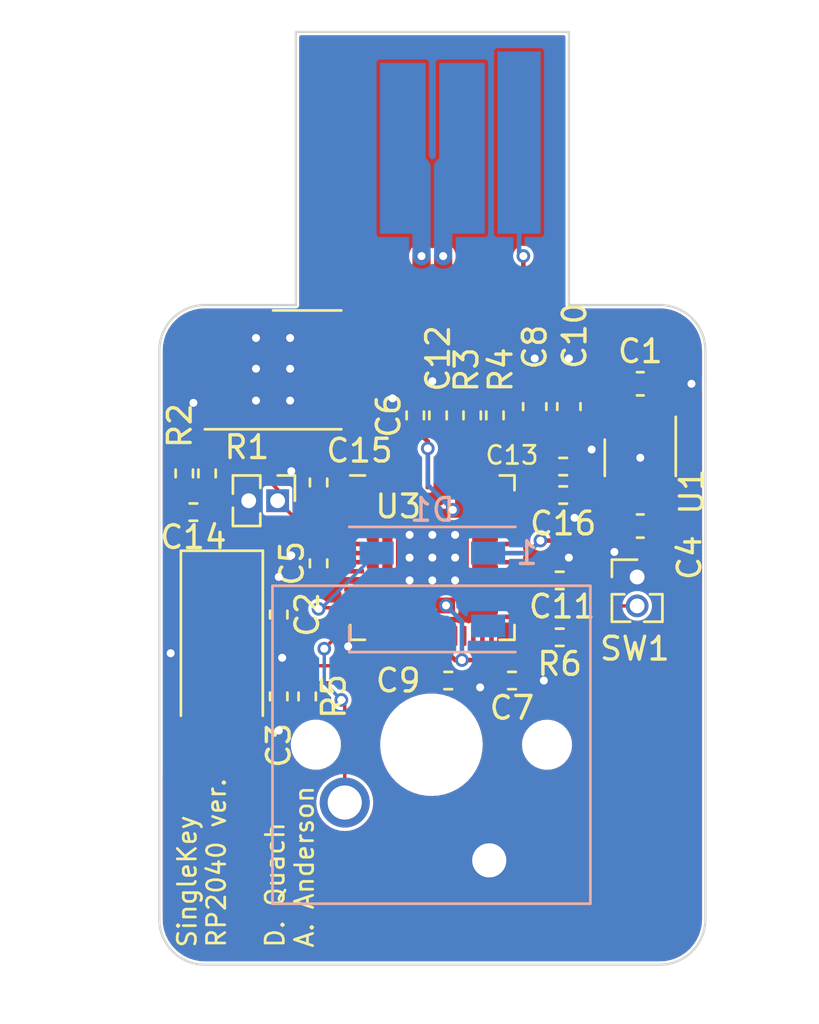
<source format=kicad_pcb>
(kicad_pcb (version 20211014) (generator pcbnew)
  (layers (0 "F.Cu" signal) (31 "B.Cu" signal) (34 "B.Paste" user) (35 "F.Paste" user) (36 "B.SilkS" user "B.Silkscreen") (37 "F.SilkS" user "F.Silkscreen") (38 "B.Mask" user) (39 "F.Mask" user) (44 "Edge.Cuts" user))
  (net 0 "")
  (net 1 "VBUS")
  (net 2 "GND")
  (net 3 "/XIN")
  (net 4 "Net-(C3-Pad1)")
  (net 5 "+3V3")
  (net 6 "+1V1")
  (net 7 "/Neopixel")
  (net 9 "/USB_D+")
  (net 10 "/USB_D-")
  (net 11 "/~{USB_BOOT}")
  (net 12 "/SWCLK")
  (net 13 "/SWD")
  (net 14 "/QSPI_SS")
  (net 15 "Net-(R3-Pad2)")
  (net 16 "Net-(R4-Pad2)")
  (net 17 "/XOUT")
  (net 18 "/RUN")
  (net 19 "/KEY_SW")
  (net 20 "/QSPI_SD1")
  (net 21 "/QSPI_SD2")
  (net 22 "/QSPI_SD0")
  (net 23 "/QSPI_SCLK")
  (net 24 "/QSPI_SD3")
  (footprint "Resistor_SMD:R_0402_1005Metric_Pad0.72x0.64mm_HandSolder" (layer "F.Cu") (at 136.5 126.0975 -90)
    (fp_text reference "R5" (at 0 -1.17 90) (layer "F.SilkS"))
    (fp_text value "1k")
    (fp_line (start -0.167621 0.38) (end 0.167621 0.38) (layer "F.SilkS") (width 0.12))
    (fp_line (start -0.167621 -0.38) (end 0.167621 -0.38) (layer "F.SilkS") (width 0.12))
    (pad "1" smd roundrect locked (at -0.5975 0 270) (size 0.715 0.64) (layers "F.Cu" "F.Paste" "F.Mask") (net 17 "/XOUT"))
    (pad "2" smd roundrect locked (at 0.5975 0 270) (size 0.715 0.64) (layers "F.Cu" "F.Paste" "F.Mask") (net 4 "Net-(C3-Pad1)"))
  )
  (footprint "Resistor_SMD:R_0402_1005Metric_Pad0.72x0.64mm_HandSolder" (layer "F.Cu") (at 131.1 116.3 90)
    (fp_text reference "R2" (at 2.1 -0.2 270) (layer "F.SilkS"))
    (fp_text value "DNF")
    (fp_line (start -0.167621 0.38) (end 0.167621 0.38) (layer "F.SilkS") (width 0.12))
    (fp_line (start -0.167621 -0.38) (end 0.167621 -0.38) (layer "F.SilkS") (width 0.12))
    (pad "1" smd roundrect locked (at -0.5975 0 90) (size 0.715 0.64) (layers "F.Cu" "F.Paste" "F.Mask") (net 5 "+3V3"))
    (pad "2" smd roundrect locked (at 0.5975 0 90) (size 0.715 0.64) (layers "F.Cu" "F.Paste" "F.Mask") (net 14 "/QSPI_SS"))
  )
  (footprint "Resistor_SMD:R_0402_1005Metric_Pad0.72x0.64mm_HandSolder" (layer "F.Cu") (at 147.75 116)
    (fp_text reference "C13" (at -2.25 -0.5) (layer "F.SilkS") (effects (font (size 0.8 0.8) (thickness 0.12))))
    (fp_text value "100n")
    (fp_line (start -0.167621 0.38) (end 0.167621 0.38) (layer "F.SilkS") (width 0.12))
    (fp_line (start -0.167621 -0.38) (end 0.167621 -0.38) (layer "F.SilkS") (width 0.12))
    (pad "1" smd roundrect locked (at -0.5975 0) (size 0.715 0.64) (layers "F.Cu" "F.Paste" "F.Mask") (net 5 "+3V3"))
    (pad "2" smd roundrect locked (at 0.5975 0) (size 0.715 0.64) (layers "F.Cu" "F.Paste" "F.Mask") (net 2 "GND"))
  )
  (footprint "RP2040_minimal:RP2040-QFN-56" (layer "F.Cu") (at 142 120)
    (fp_text reference "U3" (at -1.5 -2.25) (layer "F.SilkS"))
    (fp_text value "RP2040")
    (fp_line (start -2.96 3.61) (end -3.61 3.61) (layer "F.SilkS") (width 0.12))
    (fp_line (start 3.61 -3.61) (end 3.61 -2.96) (layer "F.SilkS") (width 0.12))
    (fp_line (start 2.96 -3.61) (end 3.61 -3.61) (layer "F.SilkS") (width 0.12))
    (fp_line (start -3.61 3.61) (end -3.61 2.96) (layer "F.SilkS") (width 0.12))
    (fp_line (start 2.96 3.61) (end 3.61 3.61) (layer "F.SilkS") (width 0.12))
    (fp_line (start -2.96 -3.61) (end -3.61 -3.61) (layer "F.SilkS") (width 0.12))
    (fp_line (start 3.61 3.61) (end 3.61 2.96) (layer "F.SilkS") (width 0.12))
    (pad "1" smd roundrect (at -3.4375 -2.6) (size 0.875 0.2) (layers "F.Cu" "F.Paste" "F.Mask") (net 5 "+3V3"))
    (pad "2" smd roundrect (at -3.4375 -2.2) (size 0.875 0.2) (layers "F.Cu" "F.Paste" "F.Mask") (net 11 "/~{USB_BOOT}"))
    (pad "3" smd roundrect (at -3.4375 -1.8) (size 0.875 0.2) (layers "F.Cu" "F.Paste" "F.Mask"))
    (pad "4" smd roundrect (at -3.4375 -1.4) (size 0.875 0.2) (layers "F.Cu" "F.Paste" "F.Mask"))
    (pad "5" smd roundrect (at -3.4375 -1) (size 0.875 0.2) (layers "F.Cu" "F.Paste" "F.Mask"))
    (pad "6" smd roundrect (at -3.4375 -0.6) (size 0.875 0.2) (layers "F.Cu" "F.Paste" "F.Mask"))
    (pad "7" smd roundrect (at -3.4375 -0.2) (size 0.875 0.2) (layers "F.Cu" "F.Paste" "F.Mask"))
    (pad "8" smd roundrect (at -3.4375 0.2) (size 0.875 0.2) (layers "F.Cu" "F.Paste" "F.Mask"))
    (pad "9" smd roundrect (at -3.4375 0.6) (size 0.875 0.2) (layers "F.Cu" "F.Paste" "F.Mask"))
    (pad "10" smd roundrect (at -3.4375 1) (size 0.875 0.2) (layers "F.Cu" "F.Paste" "F.Mask") (net 5 "+3V3"))
    (pad "11" smd roundrect (at -3.4375 1.4) (size 0.875 0.2) (layers "F.Cu" "F.Paste" "F.Mask"))
    (pad "12" smd roundrect (at -3.4375 1.8) (size 0.875 0.2) (layers "F.Cu" "F.Paste" "F.Mask"))
    (pad "13" smd roundrect (at -3.4375 2.2) (size 0.875 0.2) (layers "F.Cu" "F.Paste" "F.Mask") (net 7 "/Neopixel"))
    (pad "14" smd roundrect (at -3.4375 2.6) (size 0.875 0.2) (layers "F.Cu" "F.Paste" "F.Mask") (net 19 "/KEY_SW"))
    (pad "15" smd roundrect (at -2.6 3.4375) (size 0.2 0.875) (layers "F.Cu" "F.Paste" "F.Mask"))
    (pad "16" smd roundrect (at -2.2 3.4375) (size 0.2 0.875) (layers "F.Cu" "F.Paste" "F.Mask"))
    (pad "17" smd roundrect (at -1.8 3.4375) (size 0.2 0.875) (layers "F.Cu" "F.Paste" "F.Mask"))
    (pad "18" smd roundrect (at -1.4 3.4375) (size 0.2 0.875) (layers "F.Cu" "F.Paste" "F.Mask"))
    (pad "19" smd roundrect (at -1 3.4375) (size 0.2 0.875) (layers "F.Cu" "F.Paste" "F.Mask") (net 2 "GND"))
    (pad "20" smd roundrect (at -0.6 3.4375) (size 0.2 0.875) (layers "F.Cu" "F.Paste" "F.Mask") (net 3 "/XIN"))
    (pad "21" smd roundrect (at -0.2 3.4375) (size 0.2 0.875) (layers "F.Cu" "F.Paste" "F.Mask") (net 17 "/XOUT"))
    (pad "22" smd roundrect (at 0.2 3.4375) (size 0.2 0.875) (layers "F.Cu" "F.Paste" "F.Mask") (net 5 "+3V3"))
    (pad "23" smd roundrect (at 0.6 3.4375) (size 0.2 0.875) (layers "F.Cu" "F.Paste" "F.Mask") (net 6 "+1V1"))
    (pad "24" smd roundrect (at 1 3.4375) (size 0.2 0.875) (layers "F.Cu" "F.Paste" "F.Mask") (net 12 "/SWCLK"))
    (pad "25" smd roundrect (at 1.4 3.4375) (size 0.2 0.875) (layers "F.Cu" "F.Paste" "F.Mask") (net 13 "/SWD"))
    (pad "26" smd roundrect (at 1.8 3.4375) (size 0.2 0.875) (layers "F.Cu" "F.Paste" "F.Mask") (net 18 "/RUN"))
    (pad "27" smd roundrect (at 2.2 3.4375) (size 0.2 0.875) (layers "F.Cu" "F.Paste" "F.Mask"))
    (pad "28" smd roundrect (at 2.6 3.4375) (size 0.2 0.875) (layers "F.Cu" "F.Paste" "F.Mask"))
    (pad "29" smd roundrect (at 3.4375 2.6) (size 0.875 0.2) (layers "F.Cu" "F.Paste" "F.Mask"))
    (pad "30" smd roundrect (at 3.4375 2.2) (size 0.875 0.2) (layers "F.Cu" "F.Paste" "F.Mask"))
    (pad "31" smd roundrect (at 3.4375 1.8) (size 0.875 0.2) (layers "F.Cu" "F.Paste" "F.Mask"))
    (pad "32" smd roundrect (at 3.4375 1.4) (size 0.875 0.2) (layers "F.Cu" "F.Paste" "F.Mask"))
    (pad "33" smd roundrect (at 3.4375 1) (size 0.875 0.2) (layers "F.Cu" "F.Paste" "F.Mask") (net 5 "+3V3"))
    (pad "34" smd roundrect (at 3.4375 0.6) (size 0.875 0.2) (layers "F.Cu" "F.Paste" "F.Mask"))
    (pad "35" smd roundrect (at 3.4375 0.2) (size 0.875 0.2) (layers "F.Cu" "F.Paste" "F.Mask"))
    (pad "36" smd roundrect (at 3.4375 -0.2) (size 0.875 0.2) (layers "F.Cu" "F.Paste" "F.Mask"))
    (pad "37" smd roundrect (at 3.4375 -0.6) (size 0.875 0.2) (layers "F.Cu" "F.Paste" "F.Mask"))
    (pad "38" smd roundrect (at 3.4375 -1) (size 0.875 0.2) (layers "F.Cu" "F.Paste" "F.Mask"))
    (pad "39" smd roundrect (at 3.4375 -1.4) (size 0.875 0.2) (layers "F.Cu" "F.Paste" "F.Mask"))
    (pad "40" smd roundrect (at 3.4375 -1.8) (size 0.875 0.2) (layers "F.Cu" "F.Paste" "F.Mask"))
    (pad "41" smd roundrect (at 3.4375 -2.2) (size 0.875 0.2) (layers "F.Cu" "F.Paste" "F.Mask"))
    (pad "42" smd roundrect (at 3.4375 -2.6) (size 0.875 0.2) (layers "F.Cu" "F.Paste" "F.Mask") (net 5 "+3V3"))
    (pad "43" smd roundrect (at 2.6 -3.4375) (size 0.2 0.875) (layers "F.Cu" "F.Paste" "F.Mask") (net 5 "+3V3"))
    (pad "44" smd roundrect (at 2.2 -3.4375) (size 0.2 0.875) (layers "F.Cu" "F.Paste" "F.Mask") (net 5 "+3V3"))
    (pad "45" smd roundrect (at 1.8 -3.4375) (size 0.2 0.875) (layers "F.Cu" "F.Paste" "F.Mask") (net 6 "+1V1"))
    (pad "46" smd roundrect (at 1.4 -3.4375) (size 0.2 0.875) (layers "F.Cu" "F.Paste" "F.Mask") (net 16 "Net-(R4-Pad2)"))
    (pad "47" smd roundrect (at 1 -3.4375) (size 0.2 0.875) (layers "F.Cu" "F.Paste" "F.Mask") (net 15 "Net-(R3-Pad2)"))
    (pad "48" smd roundrect (at 0.6 -3.4375) (size 0.2 0.875) (layers "F.Cu" "F.Paste" "F.Mask") (net 5 "+3V3"))
    (pad "49" smd roundrect (at 0.2 -3.4375) (size 0.2 0.875) (layers "F.Cu" "F.Paste" "F.Mask") (net 5 "+3V3"))
    (pad "50" smd roundrect (at -0.2 -3.4375) (size 0.2 0.875) (layers "F.Cu" "F.Paste" "F.Mask") (net 6 "+1V1"))
    (pad "51" smd roundrect (at -0.6 -3.4375) (size 0.2 0.875) (layers "F.Cu" "F.Paste" "F.Mask") (net 24 "/QSPI_SD3"))
    (pad "52" smd roundrect (at -1 -3.4375) (size 0.2 0.875) (layers "F.Cu" "F.Paste" "F.Mask") (net 23 "/QSPI_SCLK"))
    (pad "53" smd roundrect (at -1.4 -3.4375) (size 0.2 0.875) (layers "F.Cu" "F.Paste" "F.Mask") (net 22 "/QSPI_SD0"))
    (pad "54" smd roundrect (at -1.8 -3.4375) (size 0.2 0.875) (layers "F.Cu" "F.Paste" "F.Mask") (net 21 "/QSPI_SD2"))
    (pad "55" smd roundrect (at -2.2 -3.4375) (size 0.2 0.875) (layers "F.Cu" "F.Paste" "F.Mask") (net 20 "/QSPI_SD1"))
    (pad "56" smd roundrect (at -2.6 -3.4375) (size 0.2 0.875) (layers "F.Cu" "F.Paste" "F.Mask") (net 14 "/QSPI_SS"))
    (pad "57" thru_hole circle (at 0 -1) (size 0.6 0.6) (drill 0.35) (layers *.Cu) (net 2 "GND"))
    (pad "57" thru_hole circle (at 0 0) (size 0.6 0.6) (drill 0.35) (layers *.Cu) (net 2 "GND"))
    (pad "57" smd roundrect (at 0 0) (size 3.2 3.2) (layers "F.Cu" "F.Mask") (roundrect_rratio 0.045) (net 2 "GND"))
    (pad "57" thru_hole circle (at -1 -1) (size 0.6 0.6) (drill 0.35) (layers *.Cu) (net 2 "GND"))
    (pad "57" thru_hole circle (at 1 1) (size 0.6 0.6) (drill 0.35) (layers *.Cu) (net 2 "GND"))
    (pad "57" thru_hole circle (at -1 1) (size 0.6 0.6) (drill 0.35) (layers *.Cu) (net 2 "GND"))
    (pad "57" thru_hole circle (at 1 -1) (size 0.6 0.6) (drill 0.35) (layers *.Cu) (net 2 "GND"))
    (pad "57" thru_hole circle (at -1 0) (size 0.6 0.6) (drill 0.35) (layers *.Cu) (net 2 "GND"))
    (pad "57" thru_hole circle (at 1 0) (size 0.6 0.6) (drill 0.35) (layers *.Cu) (net 2 "GND"))
    (pad "57" thru_hole circle (at 0 1) (size 0.6 0.6) (drill 0.35) (layers *.Cu) (net 2 "GND"))
  )
  (footprint "Resistor_SMD:R_0402_1005Metric_Pad0.72x0.64mm_HandSolder" (layer "F.Cu") (at 142.25 113.75 90)
    (fp_text reference "C12" (at 2.5 0 90) (layer "F.SilkS"))
    (fp_text value "100n")
    (fp_line (start -0.167621 -0.38) (end 0.167621 -0.38) (layer "F.SilkS") (width 0.12))
    (fp_line (start -0.167621 0.38) (end 0.167621 0.38) (layer "F.SilkS") (width 0.12))
    (pad "1" smd roundrect locked (at -0.5975 0 90) (size 0.715 0.64) (layers "F.Cu" "F.Paste" "F.Mask") (net 5 "+3V3"))
    (pad "2" smd roundrect locked (at 0.5975 0 90) (size 0.715 0.64) (layers "F.Cu" "F.Paste" "F.Mask") (net 2 "GND"))
  )
  (footprint "Resistor_SMD:R_0402_1005Metric_Pad0.72x0.64mm_HandSolder" (layer "F.Cu") (at 147.5975 121)
    (fp_text reference "C11" (at 0.1025 1.15) (layer "F.SilkS"))
    (fp_text value "100n")
    (fp_line (start -0.167621 -0.38) (end 0.167621 -0.38) (layer "F.SilkS") (width 0.12))
    (fp_line (start -0.167621 0.38) (end 0.167621 0.38) (layer "F.SilkS") (width 0.12))
    (pad "1" smd roundrect locked (at -0.5975 0) (size 0.715 0.64) (layers "F.Cu" "F.Paste" "F.Mask") (net 5 "+3V3"))
    (pad "2" smd roundrect locked (at 0.5975 0) (size 0.715 0.64) (layers "F.Cu" "F.Paste" "F.Mask") (net 2 "GND"))
  )
  (footprint "Capacitor_SMD:C_0603_1608Metric_Pad1.08x0.95mm_HandSolder" (layer "F.Cu") (at 146.5 113.3625 90)
    (fp_text reference "C8" (at 2.6125 0 90) (layer "F.SilkS"))
    (fp_text value "1u")
    (fp_line (start -0.146267 0.51) (end 0.146267 0.51) (layer "F.SilkS") (width 0.12))
    (fp_line (start -0.146267 -0.51) (end 0.146267 -0.51) (layer "F.SilkS") (width 0.12))
    (pad "1" smd roundrect locked (at -0.8625 0 90) (size 1.075 0.95) (layers "F.Cu" "F.Paste" "F.Mask") (net 6 "+1V1"))
    (pad "2" smd roundrect locked (at 0.8625 0 90) (size 1.075 0.95) (layers "F.Cu" "F.Paste" "F.Mask") (net 2 "GND"))
  )
  (footprint "Package_TO_SOT_SMD:SOT-23-5" (layer "F.Cu") (at 151.1375 115.6125 -90)
    (fp_text reference "U1" (at 1.4875 -2.2625 90) (layer "F.SilkS"))
    (fp_text value "AP2127K-3.3")
    (fp_line (start 0 1.56) (end 0.8 1.56) (layer "F.SilkS") (width 0.12))
    (fp_line (start 0 1.56) (end -0.8 1.56) (layer "F.SilkS") (width 0.12))
    (fp_line (start 0 -1.56) (end 0.8 -1.56) (layer "F.SilkS") (width 0.12))
    (fp_line (start 0 -1.56) (end -1.8 -1.56) (layer "F.SilkS") (width 0.12))
    (pad "1" smd roundrect locked (at -1.1375 -0.95 270) (size 1.325 0.6) (layers "F.Cu" "F.Paste" "F.Mask") (net 1 "VBUS"))
    (pad "2" smd roundrect locked (at -1.1375 0 270) (size 1.325 0.6) (layers "F.Cu" "F.Paste" "F.Mask") (net 2 "GND"))
    (pad "3" smd roundrect locked (at -1.1375 0.95 270) (size 1.325 0.6) (layers "F.Cu" "F.Paste" "F.Mask") (net 1 "VBUS"))
    (pad "4" smd roundrect locked (at 1.1375 0.95 270) (size 1.325 0.6) (layers "F.Cu" "F.Paste" "F.Mask"))
    (pad "5" smd roundrect locked (at 1.1375 -0.95 270) (size 1.325 0.6) (layers "F.Cu" "F.Paste" "F.Mask") (net 5 "+3V3"))
  )
  (footprint "Resistor_SMD:R_0402_1005Metric_Pad0.72x0.64mm_HandSolder" (layer "F.Cu") (at 132.1 116.3 -90)
    (fp_text reference "R1" (at -1.1525 -1.75 180) (layer "F.SilkS"))
    (fp_text value "1k")
    (fp_line (start -0.167621 0.38) (end 0.167621 0.38) (layer "F.SilkS") (width 0.12))
    (fp_line (start -0.167621 -0.38) (end 0.167621 -0.38) (layer "F.SilkS") (width 0.12))
    (pad "1" smd roundrect locked (at -0.5975 0 270) (size 0.715 0.64) (layers "F.Cu" "F.Paste" "F.Mask") (net 14 "/QSPI_SS"))
    (pad "2" smd roundrect locked (at 0.5975 0 270) (size 0.715 0.64) (layers "F.Cu" "F.Paste" "F.Mask") (net 11 "/~{USB_BOOT}"))
  )
  (footprint "Resistor_SMD:R_0402_1005Metric_Pad0.72x0.64mm_HandSolder" (layer "F.Cu") (at 142.7 125.4)
    (fp_text reference "C9" (at -2.2 0) (layer "F.SilkS"))
    (fp_text value "100n")
    (fp_line (start -0.167621 -0.38) (end 0.167621 -0.38) (layer "F.SilkS") (width 0.12))
    (fp_line (start -0.167621 0.38) (end 0.167621 0.38) (layer "F.SilkS") (width 0.12))
    (pad "1" smd roundrect locked (at -0.5975 0) (size 0.715 0.64) (layers "F.Cu" "F.Paste" "F.Mask") (net 5 "+3V3"))
    (pad "2" smd roundrect locked (at 0.5975 0) (size 0.715 0.64) (layers "F.Cu" "F.Paste" "F.Mask") (net 2 "GND"))
  )
  (footprint "Capacitor_SMD:C_0603_1608Metric_Pad1.08x0.95mm_HandSolder" (layer "F.Cu") (at 148 113.3625 90)
    (fp_text reference "C10" (at 3.1125 0.25 90) (layer "F.SilkS"))
    (fp_text value "1u")
    (fp_line (start -0.146267 -0.51) (end 0.146267 -0.51) (layer "F.SilkS") (width 0.12))
    (fp_line (start -0.146267 0.51) (end 0.146267 0.51) (layer "F.SilkS") (width 0.12))
    (pad "1" smd roundrect locked (at -0.8625 0 90) (size 1.075 0.95) (layers "F.Cu" "F.Paste" "F.Mask") (net 5 "+3V3"))
    (pad "2" smd roundrect locked (at 0.8625 0 90) (size 1.075 0.95) (layers "F.Cu" "F.Paste" "F.Mask") (net 2 "GND"))
  )
  (footprint "Resistor_SMD:R_0402_1005Metric_Pad0.72x0.64mm_HandSolder" (layer "F.Cu") (at 144.75 113.75 -90)
    (fp_text reference "R4" (at -2 -0.25 90) (layer "F.SilkS"))
    (fp_text value "27")
    (fp_line (start -0.167621 -0.38) (end 0.167621 -0.38) (layer "F.SilkS") (width 0.12))
    (fp_line (start -0.167621 0.38) (end 0.167621 0.38) (layer "F.SilkS") (width 0.12))
    (pad "1" smd roundrect locked (at -0.5975 0 270) (size 0.715 0.64) (layers "F.Cu" "F.Paste" "F.Mask") (net 10 "/USB_D-"))
    (pad "2" smd roundrect locked (at 0.5975 0 270) (size 0.715 0.64) (layers "F.Cu" "F.Paste" "F.Mask") (net 16 "Net-(R4-Pad2)"))
  )
  (footprint "Connector_PinHeader_1.27mm:PinHeader_1x02_P1.27mm_Vertical" (layer "F.Cu") (at 135.2 117.5 -90)
    (fp_text reference "J2" hide)
    (fp_text value "BOOT_JMP")
    (fp_line (start 1.11 0.76) (end 1.11 1.965) (layer "F.SilkS") (width 0.12))
    (fp_line (start 0.30753 1.965) (end 1.11 1.965) (layer "F.SilkS") (width 0.12))
    (fp_line (start -1.11 1.965) (end -0.30753 1.965) (layer "F.SilkS") (width 0.12))
    (fp_line (start 0.563471 0.76) (end 1.11 0.76) (layer "F.SilkS") (width 0.12))
    (fp_line (start -1.11 0.76) (end -1.11 1.965) (layer "F.SilkS") (width 0.12))
    (fp_line (start -1.11 0) (end -1.11 -0.76) (layer "F.SilkS") (width 0.12))
    (fp_line (start -1.11 0.76) (end -0.563471 0.76) (layer "F.SilkS") (width 0.12))
    (fp_line (start -1.11 -0.76) (end 0 -0.76) (layer "F.SilkS") (width 0.12))
    (pad "1" thru_hole rect locked (at 0 0 270) (size 1 1) (drill 0.65) (layers *.Cu *.Mask) (net 11 "/~{USB_BOOT}"))
    (pad "2" thru_hole oval locked (at 0 1.27 270) (size 1 1) (drill 0.65) (layers *.Cu *.Mask) (net 2 "GND"))
  )
  (footprint "Capacitor_SMD:C_0603_1608Metric_Pad1.08x0.95mm_HandSolder" (layer "F.Cu") (at 151.1375 112.3625)
    (fp_text reference "C1" (at 0 -1.43) (layer "F.SilkS"))
    (fp_text value "10u")
    (fp_line (start -0.146267 -0.51) (end 0.146267 -0.51) (layer "F.SilkS") (width 0.12))
    (fp_line (start -0.146267 0.51) (end 0.146267 0.51) (layer "F.SilkS") (width 0.12))
    (pad "1" smd roundrect locked (at -0.8625 0) (size 1.075 0.95) (layers "F.Cu" "F.Paste" "F.Mask") (net 1 "VBUS"))
    (pad "2" smd roundrect locked (at 0.8625 0) (size 1.075 0.95) (layers "F.Cu" "F.Paste" "F.Mask") (net 2 "GND"))
  )
  (footprint "Resistor_SMD:R_0402_1005Metric_Pad0.72x0.64mm_HandSolder" (layer "F.Cu") (at 137 120.25 90)
    (fp_text reference "C5" (at 0 -1.17 90) (layer "F.SilkS"))
    (fp_text value "100n")
    (fp_line (start -0.167621 0.38) (end 0.167621 0.38) (layer "F.SilkS") (width 0.12))
    (fp_line (start -0.167621 -0.38) (end 0.167621 -0.38) (layer "F.SilkS") (width 0.12))
    (pad "1" smd roundrect locked (at -0.5975 0 90) (size 0.715 0.64) (layers "F.Cu" "F.Paste" "F.Mask") (net 5 "+3V3"))
    (pad "2" smd roundrect locked (at 0.5975 0 90) (size 0.715 0.64) (layers "F.Cu" "F.Paste" "F.Mask") (net 2 "GND"))
  )
  (footprint "Resistor_SMD:R_0402_1005Metric_Pad0.72x0.64mm_HandSolder" (layer "F.Cu") (at 137 116.6975 -90)
    (fp_text reference "C15" (at -1.3975 -1.8 180) (layer "F.SilkS"))
    (fp_text value "100n")
    (fp_line (start -0.167621 -0.38) (end 0.167621 -0.38) (layer "F.SilkS") (width 0.12))
    (fp_line (start -0.167621 0.38) (end 0.167621 0.38) (layer "F.SilkS") (width 0.12))
    (pad "1" smd roundrect locked (at -0.5975 0 270) (size 0.715 0.64) (layers "F.Cu" "F.Paste" "F.Mask") (net 5 "+3V3"))
    (pad "2" smd roundrect locked (at 0.5975 0 270) (size 0.715 0.64) (layers "F.Cu" "F.Paste" "F.Mask") (net 2 "GND"))
  )
  (footprint "Connector_PinHeader_1.27mm:PinHeader_1x02_P1.27mm_Vertical" (layer "F.Cu") (at 151 120.85)
    (fp_text reference "SW1" (at -0.1 3.15 180) (layer "F.SilkS"))
    (fp_text value "RST")
    (fp_line (start 0.563471 0.76) (end 1.11 0.76) (layer "F.SilkS") (width 0.12))
    (fp_line (start -1.11 -0.76) (end 0 -0.76) (layer "F.SilkS") (width 0.12))
    (fp_line (start 0.30753 1.965) (end 1.11 1.965) (layer "F.SilkS") (width 0.12))
    (fp_line (start -1.11 0.76) (end -1.11 1.965) (layer "F.SilkS") (width 0.12))
    (fp_line (start 1.11 0.76) (end 1.11 1.965) (layer "F.SilkS") (width 0.12))
    (fp_line (start -1.11 1.965) (end -0.30753 1.965) (layer "F.SilkS") (width 0.12))
    (fp_line (start -1.11 0.76) (end -0.563471 0.76) (layer "F.SilkS") (width 0.12))
    (fp_line (start -1.11 0) (end -1.11 -0.76) (layer "F.SilkS") (width 0.12))
    (pad "1" thru_hole rect locked (at 0 0) (size 1 1) (drill 0.65) (layers *.Cu *.Mask) (net 2 "GND"))
    (pad "2" thru_hole oval locked (at 0 1.27) (size 1 1) (drill 0.65) (layers *.Cu *.Mask) (net 18 "/RUN"))
  )
  (footprint "Resistor_SMD:R_0402_1005Metric_Pad0.72x0.64mm_HandSolder" (layer "F.Cu") (at 145.5 125.4)
    (fp_text reference "C7" (at 0 1.2) (layer "F.SilkS"))
    (fp_text value "100n")
    (fp_line (start -0.167621 -0.38) (end 0.167621 -0.38) (layer "F.SilkS") (width 0.12))
    (fp_line (start -0.167621 0.38) (end 0.167621 0.38) (layer "F.SilkS") (width 0.12))
    (pad "1" smd roundrect locked (at -0.5975 0) (size 0.715 0.64) (layers "F.Cu" "F.Paste" "F.Mask") (net 6 "+1V1"))
    (pad "2" smd roundrect locked (at 0.5975 0) (size 0.715 0.64) (layers "F.Cu" "F.Paste" "F.Mask") (net 2 "GND"))
  )
  (footprint "Package_SON:WSON-8-1EP_6x5mm_P1.27mm_EP3.4x4.3mm" (layer "F.Cu") (at 135 111.75)
    (fp_text reference "U2" hide)
    (fp_text value "W25Q128JVS")
    (fp_line (start -3 2.61) (end 3 2.61) (layer "F.SilkS") (width 0.12))
    (fp_line (start 0 -2.61) (end 3 -2.61) (layer "F.SilkS") (width 0.12))
    (pad "1" smd roundrect locked (at -2.7 -1.905) (size 0.75 0.5) (layers "F.Cu" "F.Paste" "F.Mask") (net 14 "/QSPI_SS"))
    (pad "2" smd roundrect locked (at -2.7 -0.635) (size 0.75 0.5) (layers "F.Cu" "F.Paste" "F.Mask") (net 20 "/QSPI_SD1"))
    (pad "3" smd roundrect locked (at -2.7 0.635) (size 0.75 0.5) (layers "F.Cu" "F.Paste" "F.Mask") (net 21 "/QSPI_SD2"))
    (pad "4" smd roundrect locked (at -2.7 1.905) (size 0.75 0.5) (layers "F.Cu" "F.Paste" "F.Mask") (net 2 "GND"))
    (pad "5" smd roundrect locked (at 2.7 1.905) (size 0.75 0.5) (layers "F.Cu" "F.Paste" "F.Mask") (net 22 "/QSPI_SD0"))
    (pad "6" smd roundrect locked (at 2.7 0.635) (size 0.75 0.5) (layers "F.Cu" "F.Paste" "F.Mask") (net 23 "/QSPI_SCLK"))
    (pad "7" smd roundrect locked (at 2.7 -0.635) (size 0.75 0.5) (layers "F.Cu" "F.Paste" "F.Mask") (net 24 "/QSPI_SD3"))
    (pad "8" smd roundrect locked (at 2.7 -1.905) (size 0.75 0.5) (layers "F.Cu" "F.Paste" "F.Mask") (net 5 "+3V3"))
    (pad "9" smd rect locked (at 0 0) (size 3.4 4.3) (layers "F.Cu" "F.Mask") (net 2 "GND"))
  )
  (footprint "Resistor_SMD:R_0402_1005Metric_Pad0.72x0.64mm_HandSolder" (layer "F.Cu") (at 147.75 117.25)
    (fp_text reference "C16" (at 0 1.25) (layer "F.SilkS"))
    (fp_text value "100n")
    (fp_line (start -0.167621 0.38) (end 0.167621 0.38) (layer "F.SilkS") (width 0.12))
    (fp_line (start -0.167621 -0.38) (end 0.167621 -0.38) (layer "F.SilkS") (width 0.12))
    (pad "1" smd roundrect locked (at -0.5975 0) (size 0.715 0.64) (layers "F.Cu" "F.Paste" "F.Mask") (net 5 "+3V3"))
    (pad "2" smd roundrect locked (at 0.5975 0) (size 0.715 0.64) (layers "F.Cu" "F.Paste" "F.Mask") (net 2 "GND"))
  )
  (footprint "Resistor_SMD:R_0402_1005Metric_Pad0.72x0.64mm_HandSolder" (layer "F.Cu") (at 143.75 113.75 -90)
    (fp_text reference "R3" (at -2 0.25 90) (layer "F.SilkS"))
    (fp_text value "27")
    (fp_line (start -0.167621 0.38) (end 0.167621 0.38) (layer "F.SilkS") (width 0.12))
    (fp_line (start -0.167621 -0.38) (end 0.167621 -0.38) (layer "F.SilkS") (width 0.12))
    (pad "1" smd roundrect locked (at -0.5975 0 270) (size 0.715 0.64) (layers "F.Cu" "F.Paste" "F.Mask") (net 9 "/USB_D+"))
    (pad "2" smd roundrect locked (at 0.5975 0 270) (size 0.715 0.64) (layers "F.Cu" "F.Paste" "F.Mask") (net 15 "Net-(R3-Pad2)"))
  )
  (footprint "Capacitor_SMD:C_0603_1608Metric_Pad1.08x0.95mm_HandSolder" (layer "F.Cu") (at 151.1375 118.6125 180)
    (fp_text reference "C4" (at -2.1625 -1.3875 90) (layer "F.SilkS"))
    (fp_text value "10u")
    (fp_line (start -0.146267 -0.51) (end 0.146267 -0.51) (layer "F.SilkS") (width 0.12))
    (fp_line (start -0.146267 0.51) (end 0.146267 0.51) (layer "F.SilkS") (width 0.12))
    (pad "1" smd roundrect locked (at -0.8625 0 180) (size 1.075 0.95) (layers "F.Cu" "F.Paste" "F.Mask") (net 5 "+3V3"))
    (pad "2" smd roundrect locked (at 0.8625 0 180) (size 1.075 0.95) (layers "F.Cu" "F.Paste" "F.Mask") (net 2 "GND"))
  )
  (footprint "Resistor_SMD:R_0402_1005Metric_Pad0.72x0.64mm_HandSolder" (layer "F.Cu") (at 141.25 113.75 90)
    (fp_text reference "C6" (at 0 -1.17 90) (layer "F.SilkS"))
    (fp_text value "100n")
    (fp_line (start -0.167621 0.38) (end 0.167621 0.38) (layer "F.SilkS") (width 0.12))
    (fp_line (start -0.167621 -0.38) (end 0.167621 -0.38) (layer "F.SilkS") (width 0.12))
    (pad "1" smd roundrect locked (at -0.5975 0 90) (size 0.715 0.64) (layers "F.Cu" "F.Paste" "F.Mask") (net 6 "+1V1"))
    (pad "2" smd roundrect locked (at 0.5975 0 90) (size 0.715 0.64) (layers "F.Cu" "F.Paste" "F.Mask") (net 2 "GND"))
  )
  (footprint "Resistor_SMD:R_0402_1005Metric_Pad0.72x0.64mm_HandSolder" (layer "F.Cu") (at 147.5975 123.5 180)
    (fp_text reference "R6" (at 0 -1.17) (layer "F.SilkS"))
    (fp_text value "10k")
    (fp_line (start -0.167621 0.38) (end 0.167621 0.38) (layer "F.SilkS") (width 0.12))
    (fp_line (start -0.167621 -0.38) (end 0.167621 -0.38) (layer "F.SilkS") (width 0.12))
    (pad "1" smd roundrect locked (at -0.5975 0 180) (size 0.715 0.64) (layers "F.Cu" "F.Paste" "F.Mask") (net 5 "+3V3"))
    (pad "2" smd roundrect locked (at 0.5975 0 180) (size 0.715 0.64) (layers "F.Cu" "F.Paste" "F.Mask") (net 18 "/RUN"))
  )
  (footprint "Resistor_SMD:R_0402_1005Metric_Pad0.72x0.64mm_HandSolder" (layer "F.Cu") (at 135.25 126.0975 -90)
    (fp_text reference "C3" (at 2.1525 0 90) (layer "F.SilkS"))
    (fp_text value "27p")
    (fp_line (start -0.167621 0.38) (end 0.167621 0.38) (layer "F.SilkS") (width 0.12))
    (fp_line (start -0.167621 -0.38) (end 0.167621 -0.38) (layer "F.SilkS") (width 0.12))
    (pad "1" smd roundrect locked (at -0.5975 0 270) (size 0.715 0.64) (layers "F.Cu" "F.Paste" "F.Mask") (net 4 "Net-(C3-Pad1)"))
    (pad "2" smd roundrect locked (at 0.5975 0 270) (size 0.715 0.64) (layers "F.Cu" "F.Paste" "F.Mask") (net 2 "GND"))
  )
  (footprint "Resistor_SMD:R_0402_1005Metric_Pad0.72x0.64mm_HandSolder" (layer "F.Cu") (at 131.5 118)
    (fp_text reference "C14" (at 0 1.1 180) (layer "F.SilkS"))
    (fp_text value "100n")
    (fp_line (start -0.167621 0.38) (end 0.167621 0.38) (layer "F.SilkS") (width 0.12))
    (fp_line (start -0.167621 -0.38) (end 0.167621 -0.38) (layer "F.SilkS") (width 0.12))
    (pad "1" smd roundrect locked (at -0.5975 0) (size 0.715 0.64) (layers "F.Cu" "F.Paste" "F.Mask") (net 5 "+3V3"))
    (pad "2" smd roundrect locked (at 0.5975 0) (size 0.715 0.64) (layers "F.Cu" "F.Paste" "F.Mask") (net 2 "GND"))
  )
  (footprint "Crystal:Crystal_SMD_5032-2Pin_5.0x3.2mm_HandSoldering" (layer "F.Cu") (at 132.75 124.2475 -90)
    (fp_text reference "Y1" hide)
    (fp_text value "445I23D12M00000")
    (fp_line (start -4.55 1.8) (end 2.7 1.8) (layer "F.SilkS") (width 0.12))
    (fp_line (start -4.55 -1.8) (end -4.55 1.8) (layer "F.SilkS") (width 0.12))
    (fp_line (start 2.7 -1.8) (end -4.55 -1.8) (layer "F.SilkS") (width 0.12))
    (pad "1" smd rect locked (at -2.6 0 270) (size 3.5 2.4) (layers "F.Cu" "F.Paste" "F.Mask") (net 3 "/XIN"))
    (pad "2" smd rect locked (at 2.6 0 270) (size 3.5 2.4) (layers "F.Cu" "F.Paste" "F.Mask") (net 4 "Net-(C3-Pad1)"))
  )
  (footprint "Resistor_SMD:R_0402_1005Metric_Pad0.72x0.64mm_HandSolder" (layer "F.Cu") (at 135.25 122.5 90)
    (fp_text reference "C2" (at 0.0025 1.25 90) (layer "F.SilkS"))
    (fp_text value "27p")
    (fp_line (start -0.167621 0.38) (end 0.167621 0.38) (layer "F.SilkS") (width 0.12))
    (fp_line (start -0.167621 -0.38) (end 0.167621 -0.38) (layer "F.SilkS") (width 0.12))
    (pad "1" smd roundrect locked (at -0.5975 0 90) (size 0.715 0.64) (layers "F.Cu" "F.Paste" "F.Mask") (net 3 "/XIN"))
    (pad "2" smd roundrect locked (at 0.5975 0 90) (size 0.715 0.64) (layers "F.Cu" "F.Paste" "F.Mask") (net 2 "GND"))
  )
  (footprint "Button_Switch_Keyboard:SW_Cherry_MX_1.00u_PCB" (layer "B.Cu") (at 144.5 133.3)
    (fp_text reference "SW2" hide)
    (fp_text value "SW_SPST")
    (fp_line (start -9.525 -12.065) (end -9.525 1.905) (layer "B.SilkS") (width 0.12))
    (fp_line (start -9.525 1.905) (end 4.445 1.905) (layer "B.SilkS") (width 0.12))
    (fp_line (start 4.445 -12.065) (end -9.525 -12.065) (layer "B.SilkS") (width 0.12))
    (fp_line (start 4.445 1.905) (end 4.445 -12.065) (layer "B.SilkS") (width 0.12))
    (pad "" np_thru_hole circle locked (at -7.62 -5.08) (size 1.7 1.7) (drill 1.7) (layers *.Cu *.Mask))
    (pad "" np_thru_hole circle locked (at 2.54 -5.08) (size 1.7 1.7) (drill 1.7) (layers *.Cu *.Mask))
    (pad "" np_thru_hole circle locked (at -2.54 -5.08) (size 4 4) (drill 4) (layers *.Cu *.Mask))
    (pad "1" thru_hole circle locked (at 0 0) (size 2.2 2.2) (drill 1.5) (layers *.Cu *.Mask) (net 2 "GND"))
    (pad "2" thru_hole circle locked (at -6.35 -2.54) (size 2.2 2.2) (drill 1.5) (layers *.Cu *.Mask) (net 19 "/KEY_SW"))
  )
  (footprint "RP2040_minimal:CONN-USB-A-PCB-TRACES" (layer "B.Cu") (at 142 96.86484)
    (fp_text reference "J1" hide)
    (fp_text value "USB_A" hide)
    (pad "1" connect rect locked (at 3.81 4.9) (size 1.9 8) (layers "B.Cu" "B.Mask") (net 1 "VBUS"))
    (pad "2" connect rect locked (at 1.3 5.15) (size 2 7.5) (layers "B.Cu" "B.Mask") (net 10 "/USB_D-"))
    (pad "3" connect rect locked (at -1.3 5.15) (size 2 7.5) (layers "B.Cu" "B.Mask") (net 9 "/USB_D+"))
    (pad "4" connect rect locked (at -3.81 4.9) (size 1.9 8) (layers "B.Cu" "B.Mask") (net 2 "GND"))
  )
  (footprint "LED_SMD:LED_WS2812B_PLCC4_5.0x5.0mm_P3.2mm" (layer "B.Cu") (at 142 121.4 180)
    (fp_text reference "D1" (at 0 3.5) (layer "B.SilkS") (effects (justify mirror)))
    (fp_text value "WS2812B")
    (fp_text user "1" (at -4.15 1.6) (layer "B.SilkS") (effects (justify mirror)))
    (fp_line (start 3.65 -2.75) (end 3.65 -1.6) (layer "B.SilkS") (width 0.12))
    (fp_line (start -3.65 2.75) (end 3.65 2.75) (layer "B.SilkS") (width 0.12))
    (fp_line (start -3.65 -2.75) (end 3.65 -2.75) (layer "B.SilkS") (width 0.12))
    (pad "1" smd rect locked (at -2.45 1.6 180) (size 1.5 1) (layers "B.Cu" "B.Paste" "B.Mask") (net 1 "VBUS"))
    (pad "2" smd rect locked (at -2.45 -1.6 180) (size 1.5 1) (layers "B.Cu" "B.Paste" "B.Mask"))
    (pad "3" smd rect locked (at 2.45 -1.6 180) (size 1.5 1) (layers "B.Cu" "B.Paste" "B.Mask") (net 2 "GND"))
    (pad "4" smd rect locked (at 2.45 1.6 180) (size 1.5 1) (layers "B.Cu" "B.Paste" "B.Mask") (net 7 "/Neopixel"))
  )
  (gr_line (start 136 108.9) (end 132 108.9) (layer "Edge.Cuts") (width 0.1))
  (gr_line (start 148 108.9) (end 152 108.9) (layer "Edge.Cuts") (width 0.1))
  (gr_arc (start 153.999999 135.885786) (mid 153.414213 137.3) (end 151.999999 137.885786) (layer "Edge.Cuts") (width 0.1))
  (gr_line (start 151.999999 137.885786) (end 131.999999 137.885786) (layer "Edge.Cuts") (width 0.1))
  (gr_line (start 136 108.9) (end 136 96.9) (layer "Edge.Cuts") (width 0.1))
  (gr_line (start 154 110.9) (end 153.999999 135.885786) (layer "Edge.Cuts") (width 0.1))
  (gr_line (start 130 110.9) (end 129.999999 135.885786) (layer "Edge.Cuts") (width 0.1))
  (gr_arc (start 131.999999 137.885786) (mid 130.585785 137.3) (end 129.999999 135.885786) (layer "Edge.Cuts") (width 0.1))
  (gr_line (start 136 96.9) (end 148 96.9) (layer "Edge.Cuts") (width 0.1))
  (gr_arc (start 130 110.9) (mid 130.585786 109.485786) (end 132 108.9) (layer "Edge.Cuts") (width 0.1))
  (gr_line (start 148 96.9) (end 148 108.9) (layer "Edge.Cuts") (width 0.1))
  (gr_arc (start 152 108.9) (mid 153.414214 109.485786) (end 154 110.9) (layer "Edge.Cuts") (width 0.1))
  (gr_text "SingleKey\nRP2040 ver.\n\nD. Quach\nA. Anderson\n" (at 133.8 137.2 90) (layer "F.SilkS") (effects (font (size 0.8 0.8) (thickness 0.12)) (justify left)))
  (segment (start 149.75 110.5) (end 150.275 111.025) (width 0.2) (layer "F.Cu") (net 1))
  (segment (start 146 108) (end 148.5 110.5) (width 0.2) (layer "F.Cu") (net 1))
  (segment (start 148.5 119.25) (end 149.25 118.5) (width 0.2) (layer "F.Cu") (net 1))
  (segment (start 150.1875 114.475) (end 150.1875 112.45) (width 0.2) (layer "F.Cu") (net 1))
  (segment (start 149.25 116) (end 150 115.25) (width 0.2) (layer "F.Cu") (net 1))
  (segment (start 150.1875 112.45) (end 150.275 112.3625) (width 0.2) (layer "F.Cu") (net 1))
  (segment (start 146 106.75) (end 146 108) (width 0.2) (layer "F.Cu") (net 1))
  (segment (start 152.0875 114.475) (end 152.0875 114.175) (width 0.2) (layer "F.Cu") (net 1))
  (segment (start 150 114.6625) (end 150.1875 114.475) (width 0.2) (layer "F.Cu") (net 1))
  (segment (start 146.75 119.25) (end 148.5 119.25) (width 0.2) (layer "F.Cu") (net 1))
  (segment (start 150 115.25) (end 150 114.6625) (width 0.2) (layer "F.Cu") (net 1))
  (segment (start 149.25 118.5) (end 149.25 116) (width 0.2) (layer "F.Cu") (net 1))
  (segment (start 152.0875 114.175) (end 150.275 112.3625) (width 0.2) (layer "F.Cu") (net 1))
  (segment (start 148.5 110.5) (end 149.75 110.5) (width 0.2) (layer "F.Cu") (net 1))
  (segment (start 150.275 112.3625) (end 150.275 111.025) (width 0.2) (layer "F.Cu") (net 1))
  (via (at 146.75 119.25) (size 0.6) (drill 0.35) (layers "F.Cu" "B.Cu") (net 1))
  (via (at 146 106.75) (size 0.6) (drill 0.35) (layers "F.Cu" "B.Cu") (net 1))
  (segment (start 146.2 119.8) (end 146.75 119.25) (width 0.2) (layer "B.Cu") (net 1))
  (segment (start 145.81 106.56) (end 146 106.75) (width 0.2) (layer "B.Cu") (net 1))
  (segment (start 144.45 119.8) (end 146.2 119.8) (width 0.2) (layer "B.Cu") (net 1))
  (segment (start 145.81 101.76484) (end 145.81 106.56) (width 0.2) (layer "B.Cu") (net 1))
  (segment (start 137 117.295) (end 136.895 117.295) (width 0.2) (layer "F.Cu") (net 2))
  (segment (start 150.275 118.6125) (end 150.275 119.475) (width 0.2) (layer "F.Cu") (net 2))
  (segment (start 133.43 118) (end 133.93 117.5) (width 0.2) (layer "F.Cu") (net 2))
  (segment (start 143.2975 125.4) (end 143.8 125.4) (width 0.2) (layer "F.Cu") (net 2))
  (segment (start 150.275 119.475) (end 150 119.75) (width 0.2) (layer "F.Cu") (net 2))
  (segment (start 135.25 126.695) (end 135.25 127.5975) (width 0.2) (layer "F.Cu") (net 2))
  (segment (start 136.895 117.295) (end 135.8 116.2) (width 0.2) (layer "F.Cu") (net 2))
  (segment (start 146.0975 125.4) (end 146.9 125.4) (width 0.2) (layer "F.Cu") (net 2))
  (segment (start 143.8 125.4) (end 144.1 125.7) (width 0.2) (layer "F.Cu") (net 2))
  (segment (start 148.3475 117.25) (end 148.3475 118.1525) (width 0.2) (layer "F.Cu") (net 2))
  (segment (start 131.955 113.655) (end 131.5 113.2) (width 0.2) (layer "F.Cu") (net 2))
  (segment (start 148 112.5) (end 148 111.25) (width 0.2) (layer "F.Cu") (net 2))
  (segment (start 142.25 112.5) (end 142 112.25) (width 0.2) (layer "F.Cu") (net 2))
  (segment (start 140.6 124.4) (end 138.8 124.4) (width 0.2) (layer "F.Cu") (net 2))
  (segment (start 140.4025 113.1525) (end 140.25 113) (width 0.2) (layer "F.Cu") (net 2))
  (segment (start 141.25 113.1525) (end 140.4025 113.1525) (width 0.2) (layer "F.Cu") (net 2))
  (segment (start 148.3475 118.1525) (end 148.25 118.25) (width 0.2) (layer "F.Cu") (net 2))
  (segment (start 138.8 124.4) (end 138.3 123.9) (width 0.2) (layer "F.Cu") (net 2))
  (segment (start 148.195 121) (end 148.195 120.195) (width 0.2) (layer "F.Cu") (net 2))
  (segment (start 142.25 113.1525) (end 142.25 112.5) (width 0.2) (layer "F.Cu") (net 2))
  (segment (start 137 119.6525) (end 136.0475 119.6525) (width 0.2) (layer "F.Cu") (net 2))
  (segment (start 148.3475 116) (end 148.3475 115.9025) (width 0.2) (layer "F.Cu") (net 2))
  (segment (start 141 123.4375) (end 141 124) (width 0.2) (layer "F.Cu") (net 2))
  (segment (start 135.25 121.9025) (end 135.25 120.8475) (width 0.2) (layer "F.Cu") (net 2))
  (segment (start 151.1375 114.475) (end 151.1375 115.6125) (width 0.2) (layer "F.Cu") (net 2))
  (segment (start 141 124) (end 140.6 124.4) (width 0.2) (layer "F.Cu") (net 2))
  (segment (start 152 112.3625) (end 153.3875 112.3625) (width 0.2) (layer "F.Cu") (net 2))
  (segment (start 148.195 120.195) (end 148 120) (width 0.2) (layer "F.Cu") (net 2))
  (segment (start 132.3 113.655) (end 131.955 113.655) (width 0.2) (layer "F.Cu") (net 2))
  (segment (start 148.3475 115.9025) (end 149 115.25) (width 0.2) (layer "F.Cu") (net 2))
  (segment (start 132.0975 118) (end 133.43 118) (width 0.2) (layer "F.Cu") (net 2))
  (segment (start 146.5 112.5) (end 146.5 111.25) (width 0.2) (layer "F.Cu") (net 2))
  (segment (start 136.0475 119.6525) (end 135.8 119.9) (width 0.2) (layer "F.Cu") (net 2))
  (via (at 150 119.75) (size 0.6) (drill 0.35) (layers "F.Cu" "B.Cu") (net 2))
  (via (at 146.5 111.25) (size 0.6) (drill 0.35) (layers "F.Cu" "B.Cu") (net 2))
  (via (at 131.5 113.2) (size 0.6) (drill 0.35) (layers "F.Cu" "B.Cu") (net 2))
  (via (at 151.1375 115.6125) (size 0.6) (drill 0.35) (layers "F.Cu" "B.Cu") (net 2))
  (via (at 135.4 124.4) (size 0.6) (drill 0.35) (layers "F.Cu" "B.Cu") (net 2))
  (via (at 142 112.25) (size 0.6) (drill 0.35) (layers "F.Cu" "B.Cu") (net 2))
  (via (at 148 120) (size 0.6) (drill 0.35) (layers "F.Cu" "B.Cu") (net 2))
  (via (at 148.25 118.25) (size 0.6) (drill 0.35) (layers "F.Cu" "B.Cu") (net 2))
  (via (at 148 111.25) (size 0.6) (drill 0.35) (layers "F.Cu" "B.Cu") (net 2))
  (via (at 144.1 125.7) (size 0.6) (drill 0.35) (layers "F.Cu" "B.Cu") (net 2))
  (via (at 153.3875 112.3625) (size 0.6) (drill 0.35) (layers "F.Cu" "B.Cu") (net 2))
  (via (at 135.75 113.1) (size 0.6) (drill 0.35) (layers "F.Cu" "B.Cu") (net 2))
  (via (at 135.8 119.9) (size 0.6) (drill 0.35) (layers "F.Cu" "B.Cu") (net 2))
  (via (at 135.25 120.8475) (size 0.6) (drill 0.35) (layers "F.Cu" "B.Cu") (net 2))
  (via (at 135.8 116.2) (size 0.6) (drill 0.35) (layers "F.Cu" "B.Cu") (net 2))
  (via (at 149 115.25) (size 0.6) (drill 0.35) (layers "F.Cu" "B.Cu") (net 2))
  (via (at 138.3 123.9) (size 0.6) (drill 0.35) (layers "F.Cu" "B.Cu") (net 2))
  (via (at 146.9 125.4) (size 0.6) (drill 0.35) (layers "F.Cu" "B.Cu") (net 2))
  (via (at 135.75 110.35) (size 0.6) (drill 0.35) (layers "F.Cu" "B.Cu") (net 2))
  (via (at 140.25 113) (size 0.6) (drill 0.35) (layers "F.Cu" "B.Cu") (net 2))
  (via (at 130.5 124.2) (size 0.6) (drill 0.35) (layers "F.Cu" "B.Cu") (net 2))
  (via (at 135.75 111.7) (size 0.6) (drill 0.35) (layers "F.Cu" "B.Cu") (net 2))
  (via (at 134.25 111.7) (size 0.6) (drill 0.35) (layers "F.Cu" "B.Cu") (net 2))
  (via (at 135.25 127.5975) (size 0.6) (drill 0.35) (layers "F.Cu" "B.Cu") (net 2))
  (via (at 134.25 110.35) (size 0.6) (drill 0.35) (layers "F.Cu" "B.Cu") (net 2))
  (via (at 134.25 113.1) (size 0.6) (drill 0.35) (layers "F.Cu" "B.Cu") (net 2))
  (segment (start 139.55 122.45) (end 141 121) (width 0.2) (layer "B.Cu") (net 2))
  (segment (start 139.55 123) (end 139.55 122.45) (width 0.2) (layer "B.Cu") (net 2))
  (segment (start 134.2 123.0975) (end 132.75 121.6475) (width 0.15) (layer "F.Cu") (net 3))
  (segment (start 136.9025 124.75) (end 135.25 123.0975) (width 0.15) (layer "F.Cu") (net 3))
  (segment (start 135.25 123.0975) (end 134.2 123.0975) (width 0.15) (layer "F.Cu") (net 3))
  (segment (start 141.4 124.35) (end 141 124.75) (width 0.15) (layer "F.Cu") (net 3))
  (segment (start 141.4 123.4375) (end 141.4 124.35) (width 0.15) (layer "F.Cu") (net 3))
  (segment (start 141 124.75) (end 136.9025 124.75) (width 0.15) (layer "F.Cu") (net 3))
  (segment (start 134.0975 125.5) (end 132.75 126.8475) (width 0.15) (layer "F.Cu") (net 4))
  (segment (start 136.445 126.695) (end 135.25 125.5) (width 0.15) (layer "F.Cu") (net 4))
  (segment (start 135.25 125.5) (end 134.0975 125.5) (width 0.15) (layer "F.Cu") (net 4))
  (segment (start 136.5 126.695) (end 136.445 126.695) (width 0.15) (layer "F.Cu") (net 4))
  (segment (start 142.2 125.3025) (end 142.1025 125.4) (width 0.2) (layer "F.Cu") (net 5))
  (segment (start 144.6 116.5625) (end 144.6 117.4) (width 0.2) (layer "F.Cu") (net 5))
  (segment (start 146.59 116.5625) (end 147.1525 116) (width 0.2) (layer "F.Cu") (net 5))
  (segment (start 144.85 117.4) (end 144.5 117.75) (width 0.2) (layer "F.Cu") (net 5))
  (segment (start 142.6 117.15) (end 142.5 117.25) (width 0.2) (layer "F.Cu") (net 5))
  (segment (start 144.6 117.4) (end 144.5 117.5) (width 0.2) (layer "F.Cu") (net 5))
  (segment (start 145.4375 117.4) (end 144.85 117.4) (width 0.2) (layer "F.Cu") (net 5))
  (segment (start 142.2 123.4375) (end 142.2 125.3025) (width 0.2) (layer "F.Cu") (net 5))
  (segment (start 138.5625 117.4) (end 138.3 117.4) (width 0.2) (layer "F.Cu") (net 5))
  (segment (start 152 116.8375) (end 152.0875 116.75) (width 0.2) (layer "F.Cu") (net 5))
  (segment (start 145.4375 117.4) (end 147.0025 117.4) (width 0.2) (layer "F.Cu") (net 5))
  (segment (start 138.5625 117.4) (end 139.4 117.4) (width 0.2) (layer "F.Cu") (net 5))
  (segment (start 144.2 117.2) (end 144.5 117.5) (width 0.2) (layer "F.Cu") (net 5))
  (segment (start 142.6 116.5625) (end 142.6 117.15) (width 0.2) (layer "F.Cu") (net 5))
  (segment (start 142.6 114.6975) (end 142.25 114.3475) (width 0.2) (layer "F.Cu") (net 5))
  (segment (start 137.1525 121) (end 137 120.8475) (width 0.2) (layer "F.Cu") (net 5))
  (segment (start 152 118.6125) (end 152 116.8375) (width 0.2) (layer "F.Cu") (net 5))
  (segment (start 138.3 117.4) (end 137 116.1) (width 0.2) (layer "F.Cu") (net 5))
  (segment (start 147.0025 117.4) (end 147.1525 117.25) (width 0.2) (layer "F.Cu") (net 5))
  (segment (start 142.6 116.5625) (end 142.2 116.5625) (width 0.2) (layer "F.Cu") (net 5))
  (segment (start 138.5625 121) (end 137.1525 121) (width 0.2) (layer "F.Cu") (net 5))
  (segment (start 142.2 116.5625) (end 142.2 117.45) (width 0.2) (layer "F.Cu") (net 5))
  (segment (start 144.2 116.5625) (end 144.2 117.2) (width 0.2) (layer "F.Cu") (net 5))
  (segment (start 142.6 116.5625) (end 142.6 114.6975) (width 0.2) (layer "F.Cu") (net 5))
  (segment (start 144.6 116.5625) (end 146.59 116.5625) (width 0.2) (layer "F.Cu") (net 5))
  (segment (start 145.4375 121) (end 147 121) (width 0.2) (layer "F.Cu") (net 5))
  (segment (start 145.475 115.25) (end 146.5 114.225) (width 0.2) (layer "F.Cu") (net 6))
  (segment (start 143.3 124.5) (end 143.8 124.5) (width 0.2) (layer "F.Cu") (net 6))
  (segment (start 143.8 115.95) (end 144.5 115.25) (width 0.2) (layer "F.Cu") (net 6))
  (segment (start 143.8 116.5625) (end 143.8 115.95) (width 0.2) (layer "F.Cu") (net 6))
  (segment (start 143 124.5) (end 143.3 124.5) (width 0.2) (layer "F.Cu") (net 6))
  (segment (start 144.5 115.25) (end 145.475 115.25) (width 0.2) (layer "F.Cu") (net 6))
  (segment (start 143.8 124.5) (end 144.4 125.1) (width 0.2) (layer "F.Cu") (net 6))
  (segment (start 144.6025 125.1) (end 144.9025 125.4) (width 0.2) (layer "F.Cu") (net 6))
  (segment (start 143.8 116.5625) (end 143.8 117.45) (width 0.2) (layer "F.Cu") (net 6))
  (segment (start 141.8 115.2) (end 141.8 114.8975) (width 0.2) (layer "F.Cu") (net 6))
  (segment (start 142.6 124.1) (end 143 124.5) (width 0.2) (layer "F.Cu") (net 6))
  (segment (start 141.8 114.8975) (end 141.25 114.3475) (width 0.2) (layer "F.Cu") (net 6))
  (segment (start 142.6 123.4375) (end 142.6 124.1) (width 0.2) (layer "F.Cu") (net 6))
  (segment (start 141.8 116.5625) (end 141.8 115.2) (width 0.2) (layer "F.Cu") (net 6))
  (segment (start 144.4 125.1) (end 144.6025 125.1) (width 0.2) (layer "F.Cu") (net 6))
  (via (at 142.6 122.1) (size 0.6) (drill 0.35) (layers "F.Cu" "B.Cu") (net 6))
  (via (at 142.9 117.9) (size 0.6) (drill 0.35) (layers "F.Cu" "B.Cu") (net 6))
  (via (at 143.3 124.5) (size 0.6) (drill 0.35) (layers "F.Cu" "B.Cu") (net 6))
  (via (at 141.8 115.2) (size 0.6) (drill 0.35) (layers "F.Cu" "B.Cu") (net 6))
  (segment (start 141.8 116.8) (end 142.9 117.9) (width 0.2) (layer "B.Cu") (net 6))
  (segment (start 141.8 115.2) (end 141.8 116.8) (width 0.2) (layer "B.Cu") (net 6))
  (segment (start 143.3 122.8) (end 142.6 122.1) (width 0.2) (layer "B.Cu") (net 6))
  (segment (start 143.3 124.5) (end 143.3 122.8) (width 0.2) (layer "B.Cu") (net 6))
  (segment (start 137.05 122.2) (end 137 122.25) (width 0.15) (layer "F.Cu") (net 7))
  (segment (start 138.5625 122.2) (end 137.05 122.2) (width 0.15) (layer "F.Cu") (net 7))
  (via (at 137 122.25) (size 0.6) (drill 0.35) (layers "F.Cu" "B.Cu") (net 7))
  (segment (start 137.1 122.25) (end 139.55 119.8) (width 0.15) (layer "B.Cu") (net 7))
  (segment (start 137 122.25) (end 137.1 122.25) (width 0.15) (layer "B.Cu") (net 7))
  (segment (start 141.525 108.696752) (end 141.525 106.75) (width 0.8) (layer "F.Cu") (net 9))
  (segment (start 143.775 113.1275) (end 143.775 110.946752) (width 0.8) (layer "F.Cu") (net 9))
  (segment (start 143.775 110.946752) (end 141.525 108.696752) (width 0.8) (layer "F.Cu") (net 9))
  (segment (start 143.75 113.1525) (end 143.775 113.1275) (width 0.8) (layer "F.Cu") (net 9))
  (via (at 141.525 106.75) (size 0.6) (drill 0.35) (layers "F.Cu" "B.Cu") (net 9))
  (segment (start 141.525 102.83984) (end 140.7 102.01484) (width 0.8) (layer "B.Cu") (net 9))
  (segment (start 141.525 106.75) (end 141.525 102.83984) (width 0.8) (layer "B.Cu") (net 9))
  (segment (start 144.75 113.1525) (end 144.725 113.1275) (width 0.8) (layer "F.Cu") (net 10))
  (segment (start 144.725 113.1275) (end 144.725 110.553248) (width 0.8) (layer "F.Cu") (net 10))
  (segment (start 142.475 108.303248) (end 142.475 106.75) (width 0.8) (layer "F.Cu") (net 10))
  (segment (start 144.725 110.553248) (end 142.475 108.303248) (width 0.8) (layer "F.Cu") (net 10))
  (via (at 142.475 106.75) (size 0.6) (drill 0.35) (layers "F.Cu" "B.Cu") (net 10))
  (segment (start 142.475 102.83984) (end 143.3 102.01484) (width 0.8) (layer "B.Cu") (net 10))
  (segment (start 142.475 106.75) (end 142.475 102.83984) (width 0.8) (layer "B.Cu") (net 10))
  (segment (start 137.4 118.3) (end 136 118.3) (width 0.15) (layer "F.Cu") (net 11))
  (segment (start 138.5625 117.8) (end 137.9 117.8) (width 0.15) (layer "F.Cu") (net 11))
  (segment (start 135.2 117) (end 134.6 116.4) (width 0.15) (layer "F.Cu") (net 11))
  (segment (start 136 118.3) (end 135.2 117.5) (width 0.15) (layer "F.Cu") (net 11))
  (segment (start 134.6 116.4) (end 132.5975 116.4) (width 0.15) (layer "F.Cu") (net 11))
  (segment (start 137.9 117.8) (end 137.4 118.3) (width 0.15) (layer "F.Cu") (net 11))
  (segment (start 132.5975 116.4) (end 132.1 116.8975) (width 0.15) (layer "F.Cu") (net 11))
  (segment (start 135.2 117.5) (end 135.2 117) (width 0.15) (layer "F.Cu") (net 11))
  (segment (start 139.4 116.5625) (end 139.4 116.1) (width 0.15) (layer "F.Cu") (net 14))
  (segment (start 131.1 115.3) (end 130.3 114.5) (width 0.15) (layer "F.Cu") (net 14))
  (segment (start 132.245 109.9) (end 132.3 109.845) (width 0.15) (layer "F.Cu") (net 14))
  (segment (start 139.4 116.1) (end 138.7 115.4) (width 0.15) (layer "F.Cu") (net 14))
  (segment (start 138.7 115.4) (end 132.4025 115.4) (width 0.15) (layer "F.Cu") (net 14))
  (segment (start 131.2 109.9) (end 132.245 109.9) (width 0.15) (layer "F.Cu") (net 14))
  (segment (start 130.3 110.8) (end 131.2 109.9) (width 0.15) (layer "F.Cu") (net 14))
  (segment (start 131.1 115.7025) (end 131.1 115.3) (width 0.15) (layer "F.Cu") (net 14))
  (segment (start 132.1 115.7025) (end 131.1 115.7025) (width 0.15) (layer "F.Cu") (net 14))
  (segment (start 132.4025 115.4) (end 132.1 115.7025) (width 0.15) (layer "F.Cu") (net 14))
  (segment (start 130.3 114.5) (end 130.3 110.8) (width 0.15) (layer "F.Cu") (net 14))
  (segment (start 143 116.5625) (end 143 115.0975) (width 0.15) (layer "F.Cu") (net 15))
  (segment (start 143 115.0975) (end 143.75 114.3475) (width 0.15) (layer "F.Cu") (net 15))
  (segment (start 143.4 115.6975) (end 144.75 114.3475) (width 0.15) (layer "F.Cu") (net 16))
  (segment (start 143.4 116.5625) (end 143.4 115.6975) (width 0.15) (layer "F.Cu") (net 16))
  (segment (start 141.8 123.4375) (end 141.8 124.7) (width 0.15) (layer "F.Cu") (net 17))
  (segment (start 141 125.5) (end 136.5 125.5) (width 0.15) (layer "F.Cu") (net 17))
  (segment (start 141.8 124.7) (end 141 125.5) (width 0.15) (layer "F.Cu") (net 17))
  (segment (start 151 122.12) (end 148.38 122.12) (width 0.15) (layer "F.Cu") (net 18))
  (segment (start 146.1 124.4) (end 147 123.5) (width 0.15) (layer "F.Cu") (net 18))
  (segment (start 144.2 124.4) (end 146.1 124.4) (width 0.15) (layer "F.Cu") (net 18))
  (segment (start 143.8 123.4375) (end 143.8 124) (width 0.15) (layer "F.Cu") (net 18))
  (segment (start 148.38 122.12) (end 147 123.5) (width 0.15) (layer "F.Cu") (net 18))
  (segment (start 143.8 124) (end 144.2 124.4) (width 0.15) (layer "F.Cu") (net 18))
  (segment (start 138.15 126.4) (end 138.15 131.46) (width 0.15) (layer "F.Cu") (net 19))
  (segment (start 138 126.25) (end 138.15 126.4) (width 0.15) (layer "F.Cu") (net 19))
  (segment (start 138.5625 122.6875) (end 137.25 124) (width 0.15) (layer "F.Cu") (net 19))
  (segment (start 138.5625 122.6) (end 138.5625 122.6875) (width 0.15) (layer "F.Cu") (net 19))
  (via (at 137.25 124) (size 0.6) (drill 0.35) (layers "F.Cu" "B.Cu") (net 19))
  (via (at 138 126.25) (size 0.6) (drill 0.35) (layers "F.Cu" "B.Cu") (net 19))
  (segment (start 137.25 125.5) (end 138 126.25) (width 0.15) (layer "B.Cu") (net 19))
  (segment (start 137.25 124) (end 137.25 125.5) (width 0.15) (layer "B.Cu") (net 19))
  (segment (start 131.2 111.2) (end 132.215 111.2) (width 0.15) (layer "F.Cu") (net 20))
  (segment (start 138.9 115.1) (end 131.5 115.1) (width 0.15) (layer "F.Cu") (net 20))
  (segment (start 139.8 116.5625) (end 139.8 116) (width 0.15) (layer "F.Cu") (net 20))
  (segment (start 130.6 111.8) (end 131.2 111.2) (width 0.15) (layer "F.Cu") (net 20))
  (segment (start 130.6 114.2) (end 130.6 111.8) (width 0.15) (layer "F.Cu") (net 20))
  (segment (start 131.5 115.1) (end 130.6 114.2) (width 0.15) (layer "F.Cu") (net 20))
  (segment (start 139.8 116) (end 138.9 115.1) (width 0.15) (layer "F.Cu") (net 20))
  (segment (start 132.215 111.2) (end 132.3 111.115) (width 0.15) (layer "F.Cu") (net 20))
  (segment (start 140.2 116.5625) (end 140.2 115.95) (width 0.15) (layer "F.Cu") (net 21))
  (segment (start 139 114.75) (end 131.65 114.75) (width 0.15) (layer "F.Cu") (net 21))
  (segment (start 132.185 112.5) (end 132.3 112.385) (width 0.15) (layer "F.Cu") (net 21))
  (segment (start 130.9 114) (end 130.9 112.7) (width 0.15) (layer "F.Cu") (net 21))
  (segment (start 140.2 115.95) (end 139 114.75) (width 0.15) (layer "F.Cu") (net 21))
  (segment (start 131.1 112.5) (end 132.185 112.5) (width 0.15) (layer "F.Cu") (net 21))
  (segment (start 130.9 112.7) (end 131.1 112.5) (width 0.15) (layer "F.Cu") (net 21))
  (segment (start 131.65 114.75) (end 130.9 114) (width 0.15) (layer "F.Cu") (net 21))
  (segment (start 138.5 113.75) (end 137.795 113.75) (width 0.15) (layer "F.Cu") (net 22))
  (segment (start 140.6 115.85) (end 138.5 113.75) (width 0.15) (layer "F.Cu") (net 22))
  (segment (start 137.795 113.75) (end 137.7 113.655) (width 0.15) (layer "F.Cu") (net 22))
  (segment (start 140.6 116.5625) (end 140.6 115.85) (width 0.15) (layer "F.Cu") (net 22))
  (segment (start 137.7 112.385) (end 137.7 112.45) (width 0.15) (layer "F.Cu") (net 23))
  (segment (start 141 115.75) (end 141 116.5625) (width 0.15) (layer "F.Cu") (net 23))
  (segment (start 137.7 112.45) (end 141 115.75) (width 0.15) (layer "F.Cu") (net 23))
  (segment (start 138.5 111.915) (end 137.7 111.115) (width 0.15) (layer "F.Cu") (net 24))
  (segment (start 141.4 115.65) (end 138.5 112.75) (width 0.15) (layer "F.Cu") (net 24))
  (segment (start 138.5 112.75) (end 138.5 111.915) (width 0.15) (layer "F.Cu") (net 24))
  (segment (start 141.4 116.5625) (end 141.4 115.65) (width 0.15) (layer "F.Cu") (net 24))
  (zone (net 6) (net_name "+1V1") (layer "F.Cu") (priority 2) (connect_pads yes (clearance 0.15)) (min_thickness 0.15) (fill yes (thermal_gap 0.508) (thermal_bridge_width 0.508))
    (polygon (pts (xy 144 118.25) (xy 140.4 118.25) (xy 140.4 121.65) (xy 143 121.65) (xy 143 122.45) (xy 142.2 122.45) (xy 142.2 122.25) (xy 139.8 122.25) (xy 139.8 117.85) (xy 142.6 117.85) (xy 142.6 117.65) (xy 143 117.65) (xy 143 117.25) (xy 144 117.25)))
  )
  (zone (net 2) (net_name "GND") (layer "F.Cu") (priority 2) (connect_pads yes (clearance 0.2)) (min_thickness 0.15) (fill yes (thermal_gap 0.508) (thermal_bridge_width 0.508))
    (polygon (pts (xy 136.25 129.25) (xy 130 129.25) (xy 130 119.25) (xy 136.25 119.25)))
  )
  (zone (net 5) (net_name "+3V3") (layer "F.Cu") (priority 1) (connect_pads yes (clearance 0.15)) (min_thickness 0.15) (fill yes (thermal_gap 0.508) (thermal_bridge_width 0.508))
    (polygon (pts (xy 159 140.5) (xy 123 140.5) (xy 123 95.5) (xy 159 95.5)))
  )
  (zone (net 2) (net_name "GND") (layer "B.Cu") (priority 1) (connect_pads yes (clearance 0.15)) (min_thickness 0.15) (fill yes (thermal_gap 0.508) (thermal_bridge_width 0.508))
    (polygon (pts (xy 159 140.5) (xy 123 140.5) (xy 123 95.5) (xy 159 95.5)))
  )
)
</source>
